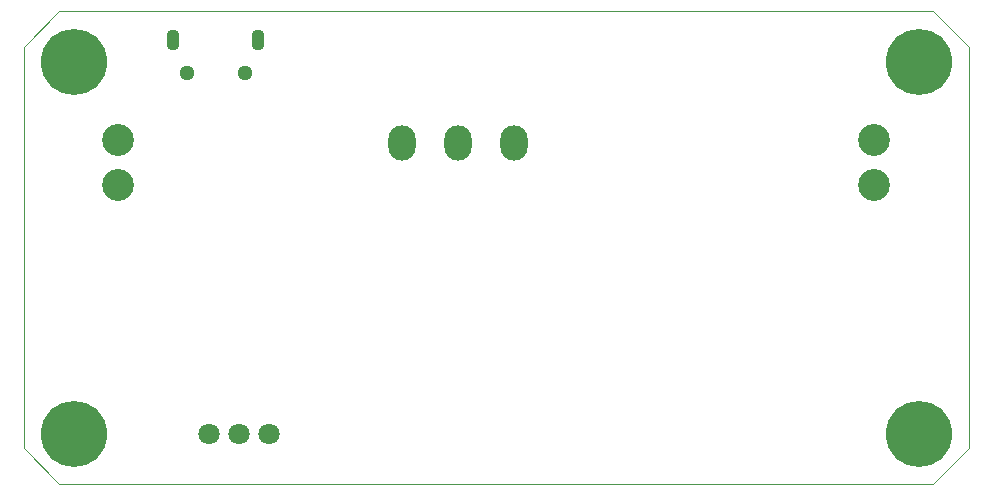
<source format=gbr>
%TF.GenerationSoftware,KiCad,Pcbnew,(5.1.10)-1*%
%TF.CreationDate,2021-06-27T16:28:37+02:00*%
%TF.ProjectId,BatteryBoost,42617474-6572-4794-926f-6f73742e6b69,rev?*%
%TF.SameCoordinates,Original*%
%TF.FileFunction,Soldermask,Bot*%
%TF.FilePolarity,Negative*%
%FSLAX46Y46*%
G04 Gerber Fmt 4.6, Leading zero omitted, Abs format (unit mm)*
G04 Created by KiCad (PCBNEW (5.1.10)-1) date 2021-06-27 16:28:37*
%MOMM*%
%LPD*%
G01*
G04 APERTURE LIST*
%TA.AperFunction,Profile*%
%ADD10C,0.050000*%
%TD*%
%ADD11O,2.300000X3.000000*%
%ADD12C,1.800000*%
%ADD13C,2.700000*%
%ADD14O,1.100000X1.800000*%
%ADD15C,1.290000*%
%ADD16C,5.600000*%
%ADD17C,3.600000*%
G04 APERTURE END LIST*
D10*
X3000000Y-40000000D02*
X0Y-37000000D01*
X80000000Y-37000000D02*
X77000000Y-40000000D01*
X77000000Y0D02*
X80000000Y-3000000D01*
X0Y-3000000D02*
X3000000Y0D01*
X80000000Y-37000000D02*
X80000000Y-3000000D01*
X3000000Y-40000000D02*
X77000000Y-40000000D01*
X77000000Y0D02*
X3000000Y0D01*
X0Y-3000000D02*
X0Y-37000000D01*
D11*
%TO.C,SW1*%
X32050000Y-11100000D03*
X36750000Y-11100000D03*
X41450000Y-11100000D03*
%TD*%
D12*
%TO.C,RV1*%
X20790000Y-35750000D03*
X18250000Y-35750000D03*
X15710000Y-35750000D03*
%TD*%
D13*
%TO.C,J7*%
X72000000Y-14655000D03*
X72000000Y-10845000D03*
%TD*%
%TO.C,J6*%
X8000000Y-10845000D03*
X8000000Y-14655000D03*
%TD*%
D14*
%TO.C,J5*%
X12650000Y-2450000D03*
D15*
X13825000Y-5250000D03*
X18675000Y-5250000D03*
D14*
X12650000Y-2450000D03*
X19850000Y-2450000D03*
%TD*%
D16*
%TO.C,J4*%
X4250000Y-35750000D03*
D17*
X4250000Y-35750000D03*
%TD*%
D16*
%TO.C,J3*%
X75750000Y-4250000D03*
D17*
X75750000Y-4250000D03*
%TD*%
D16*
%TO.C,J2*%
X75750000Y-35750000D03*
D17*
X75750000Y-35750000D03*
%TD*%
D16*
%TO.C,J1*%
X4250000Y-4250000D03*
D17*
X4250000Y-4250000D03*
%TD*%
M02*

</source>
